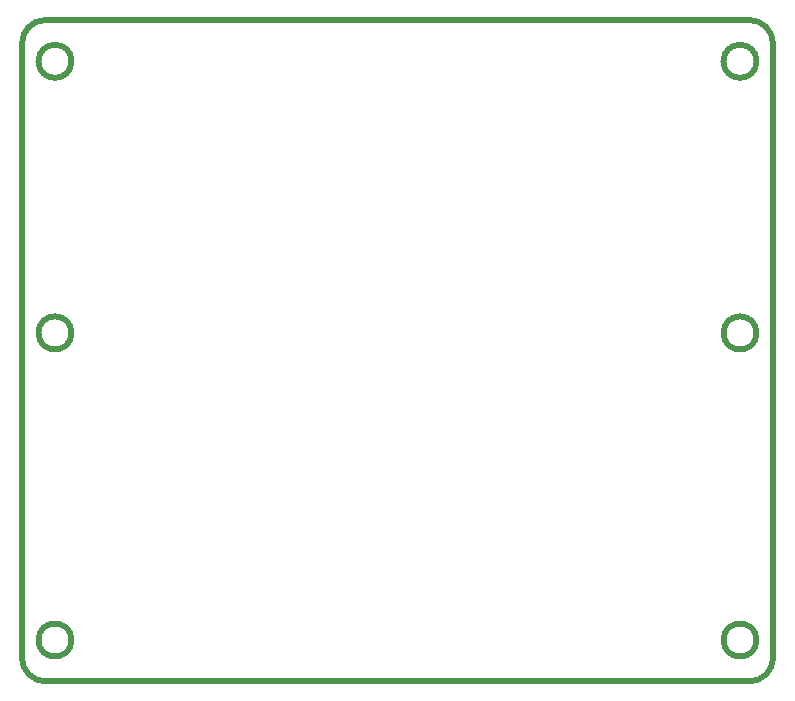
<source format=gbr>
G04 #@! TF.GenerationSoftware,KiCad,Pcbnew,5.1.6*
G04 #@! TF.CreationDate,2020-09-18T18:11:00+02:00*
G04 #@! TF.ProjectId,F010_rpi_logic_level_shifter_hat,46303130-5f72-4706-995f-6c6f6769635f,rev?*
G04 #@! TF.SameCoordinates,PXa52d280PY2b953a0*
G04 #@! TF.FileFunction,Profile,NP*
%FSLAX46Y46*%
G04 Gerber Fmt 4.6, Leading zero omitted, Abs format (unit mm)*
G04 Created by KiCad (PCBNEW 5.1.6) date 2020-09-18 18:11:00*
%MOMM*%
%LPD*%
G01*
G04 APERTURE LIST*
G04 #@! TA.AperFunction,Profile*
%ADD10C,0.500000*%
G04 #@! TD*
G04 APERTURE END LIST*
D10*
X1300000Y-23500000D02*
G75*
G03*
X1300000Y-23500000I-1400000J0D01*
G01*
X-56700000Y-23500000D02*
G75*
G03*
X-56700000Y-23500000I-1400000J0D01*
G01*
X2700000Y1000000D02*
X2700000Y-51000000D01*
X-60900000Y1000000D02*
G75*
G02*
X-58900000Y3000000I2000000J0D01*
G01*
X-58900000Y-53000000D02*
G75*
G02*
X-60900000Y-51000000I0J2000000D01*
G01*
X2700000Y-51000000D02*
G75*
G02*
X700000Y-53000000I-2000000J0D01*
G01*
X700000Y3000000D02*
G75*
G02*
X2700000Y1000000I0J-2000000D01*
G01*
X-56700000Y-49500000D02*
G75*
G03*
X-56700000Y-49500000I-1400000J0D01*
G01*
X1300000Y-49500000D02*
G75*
G03*
X1300000Y-49500000I-1400000J0D01*
G01*
X-56700000Y-500000D02*
G75*
G03*
X-56700000Y-500000I-1400000J0D01*
G01*
X1300000Y-500000D02*
G75*
G03*
X1300000Y-500000I-1400000J0D01*
G01*
X-58900000Y-53000000D02*
X700000Y-53000000D01*
X-60900000Y1000000D02*
X-60900000Y-51000000D01*
X700000Y3000000D02*
X-58900000Y3000000D01*
M02*

</source>
